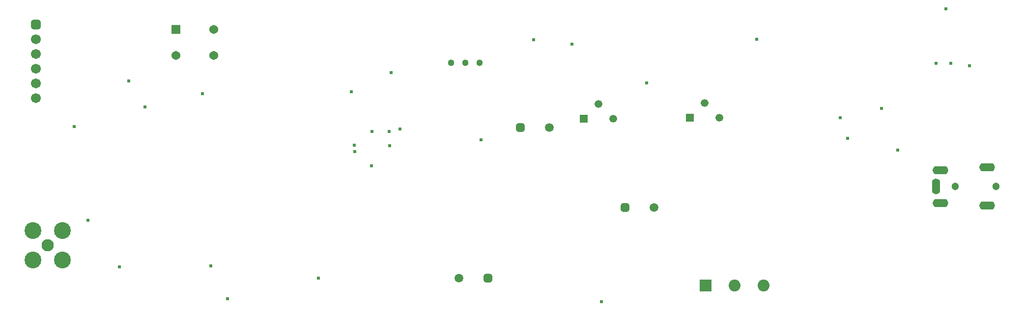
<source format=gbr>
G04*
G04 #@! TF.GenerationSoftware,Altium Limited,Altium Designer,25.5.2 (35)*
G04*
G04 Layer_Color=16711935*
%FSLAX44Y44*%
%MOMM*%
G71*
G04*
G04 #@! TF.SameCoordinates,F6FF292E-385D-4CED-94FC-DDC138C61579*
G04*
G04*
G04 #@! TF.FilePolarity,Negative*
G04*
G01*
G75*
%ADD127C,2.9016*%
%ADD128C,1.5016*%
%ADD129C,1.7016*%
%ADD130R,1.5400X1.5400*%
%ADD131C,1.5400*%
%ADD132O,1.4096X2.7176*%
%ADD133C,2.0516*%
G04:AMPARAMS|DCode=134|XSize=1.5016mm|YSize=1.5016mm|CornerRadius=0.4008mm|HoleSize=0mm|Usage=FLASHONLY|Rotation=180.000|XOffset=0mm|YOffset=0mm|HoleType=Round|Shape=RoundedRectangle|*
%AMROUNDEDRECTD134*
21,1,1.5016,0.7000,0,0,180.0*
21,1,0.7000,1.5016,0,0,180.0*
1,1,0.8016,-0.3500,0.3500*
1,1,0.8016,0.3500,0.3500*
1,1,0.8016,0.3500,-0.3500*
1,1,0.8016,-0.3500,-0.3500*
%
%ADD134ROUNDEDRECTD134*%
%ADD135R,2.0516X2.0516*%
%ADD136O,2.7176X1.4096*%
%ADD137C,1.3016*%
%ADD138C,1.3236*%
%ADD139R,1.3236X1.3236*%
G04:AMPARAMS|DCode=140|XSize=1.7016mm|YSize=1.7016mm|CornerRadius=0.4508mm|HoleSize=0mm|Usage=FLASHONLY|Rotation=270.000|XOffset=0mm|YOffset=0mm|HoleType=Round|Shape=RoundedRectangle|*
%AMROUNDEDRECTD140*
21,1,1.7016,0.8000,0,0,270.0*
21,1,0.8000,1.7016,0,0,270.0*
1,1,0.9016,-0.4000,-0.4000*
1,1,0.9016,-0.4000,0.4000*
1,1,0.9016,0.4000,0.4000*
1,1,0.9016,0.4000,-0.4000*
%
%ADD140ROUNDEDRECTD140*%
%ADD141C,2.1016*%
%ADD142C,1.1316*%
%ADD143C,0.6016*%
D127*
X339852Y351028D02*
D03*
X289052D02*
D03*
Y401828D02*
D03*
X339852D02*
D03*
D128*
X1022903Y319916D02*
D03*
X1359516Y441706D02*
D03*
X1178996Y580122D02*
D03*
D129*
X294132Y655828D02*
D03*
Y630428D02*
D03*
Y706628D02*
D03*
Y732028D02*
D03*
Y681228D02*
D03*
D130*
X535952Y749448D02*
D03*
D131*
X600952D02*
D03*
X535952Y704448D02*
D03*
X600952D02*
D03*
D132*
X1845434Y478028D02*
D03*
D133*
X1548308Y307086D02*
D03*
X1498308D02*
D03*
D134*
X1128996Y580122D02*
D03*
X1309516Y441706D02*
D03*
X1072903Y319916D02*
D03*
D135*
X1448308Y307086D02*
D03*
D136*
X1933434Y445028D02*
D03*
X1853434Y506528D02*
D03*
Y449528D02*
D03*
X1933434Y511028D02*
D03*
D137*
X1878434Y478028D02*
D03*
X1948434D02*
D03*
D138*
X1471676Y596646D02*
D03*
X1446276Y622046D02*
D03*
X1289050Y595122D02*
D03*
X1263650Y620522D02*
D03*
D139*
X1420876Y596646D02*
D03*
X1238250Y595122D02*
D03*
D140*
X294132Y757428D02*
D03*
D141*
X314452Y376428D02*
D03*
D142*
X1034557Y691391D02*
D03*
X1010157D02*
D03*
X1058958D02*
D03*
D143*
X595884Y340868D02*
D03*
X438658Y339598D02*
D03*
X922020Y577596D02*
D03*
X843797Y538725D02*
D03*
X843280Y549148D02*
D03*
X903868Y549093D02*
D03*
X873252Y573532D02*
D03*
X872786Y514173D02*
D03*
X360672Y582048D02*
D03*
X482472Y615188D02*
D03*
X581152Y638048D02*
D03*
X1692656Y561086D02*
D03*
X1903222Y686562D02*
D03*
X1845818Y690880D02*
D03*
X1871114Y690974D02*
D03*
X906288Y675135D02*
D03*
X903224Y573532D02*
D03*
X384048Y420116D02*
D03*
X624840Y284226D02*
D03*
X1151636Y731520D02*
D03*
X1346962Y657098D02*
D03*
X1536011Y731987D02*
D03*
X1751330Y612648D02*
D03*
X1779016Y540766D02*
D03*
X781034Y320024D02*
D03*
X1268476Y279146D02*
D03*
X837708Y642115D02*
D03*
X1061720Y559054D02*
D03*
X1862328Y784606D02*
D03*
X1679956Y596646D02*
D03*
X1217676Y723646D02*
D03*
X454206Y660099D02*
D03*
M02*

</source>
